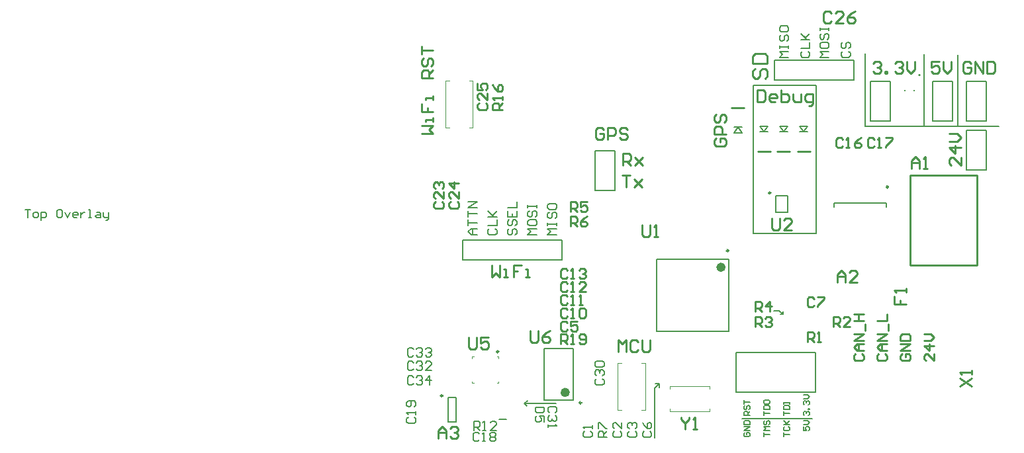
<source format=gto>
G04*
G04 #@! TF.GenerationSoftware,Altium Limited,Altium Designer,18.1.9 (240)*
G04*
G04 Layer_Color=65535*
%FSLAX25Y25*%
%MOIN*%
G70*
G01*
G75*
%ADD10C,0.00984*%
%ADD11C,0.02362*%
%ADD12C,0.00700*%
%ADD13C,0.00787*%
%ADD14C,0.01000*%
%ADD15C,0.00394*%
%ADD16C,0.00500*%
%ADD17C,0.00800*%
D10*
X291535Y129232D02*
G03*
X291535Y129232I-492J0D01*
G01*
X67126Y24016D02*
G03*
X67126Y24016I-492J0D01*
G01*
X95276Y46260D02*
G03*
X95276Y46260I-492J0D01*
G01*
X137008Y20472D02*
G03*
X137008Y20472I-492J0D01*
G01*
X211122Y97146D02*
G03*
X211122Y97146I-492J0D01*
G01*
X232283Y126279D02*
G03*
X232283Y126279I-492J0D01*
G01*
D11*
X130020Y25689D02*
G03*
X130020Y25689I-1181J0D01*
G01*
X208465Y88779D02*
G03*
X208465Y88779I-1181J0D01*
G01*
D12*
X307614Y185551D02*
G03*
X307614Y185551I-350J0D01*
G01*
X304626Y177854D02*
Y178248D01*
X299902Y177854D02*
Y178248D01*
X-143131Y117694D02*
X-140465D01*
X-141798D01*
Y113696D01*
X-138466D02*
X-137133D01*
X-136467Y114362D01*
Y115695D01*
X-137133Y116361D01*
X-138466D01*
X-139132Y115695D01*
Y114362D01*
X-138466Y113696D01*
X-135134Y112363D02*
Y116361D01*
X-133134D01*
X-132468Y115695D01*
Y114362D01*
X-133134Y113696D01*
X-135134D01*
X-125137Y117694D02*
X-126470D01*
X-127136Y117028D01*
Y114362D01*
X-126470Y113696D01*
X-125137D01*
X-124471Y114362D01*
Y117028D01*
X-125137Y117694D01*
X-123138Y116361D02*
X-121805Y113696D01*
X-120472Y116361D01*
X-117140Y113696D02*
X-118473D01*
X-119139Y114362D01*
Y115695D01*
X-118473Y116361D01*
X-117140D01*
X-116473Y115695D01*
Y115029D01*
X-119139D01*
X-115140Y116361D02*
Y113696D01*
Y115029D01*
X-114474Y115695D01*
X-113807Y116361D01*
X-113141D01*
X-111142Y113696D02*
X-109809D01*
X-110475D01*
Y117694D01*
X-111142D01*
X-107143Y116361D02*
X-105810D01*
X-105143Y115695D01*
Y113696D01*
X-107143D01*
X-107809Y114362D01*
X-107143Y115029D01*
X-105143D01*
X-103811Y116361D02*
Y114362D01*
X-103144Y113696D01*
X-101145D01*
Y113029D01*
X-101811Y112363D01*
X-102478D01*
X-101145Y113696D02*
Y116361D01*
D13*
X290650Y119193D02*
Y121161D01*
X264272D02*
X290650D01*
X264272Y119193D02*
Y121161D01*
X73917Y10827D02*
Y23031D01*
X69980Y10827D02*
Y23031D01*
Y10827D02*
X73917D01*
X69980Y23031D02*
X73917D01*
X118209Y47736D02*
X132776D01*
X118209Y21752D02*
X132776D01*
X118209D02*
Y47736D01*
X132776Y21752D02*
Y47736D01*
X175000Y56496D02*
Y92716D01*
X211221Y56496D02*
Y92716D01*
X175000Y56496D02*
X211221D01*
X175000Y92716D02*
X211221D01*
X214921Y45906D02*
X254921D01*
X214921Y25905D02*
X254921D01*
Y45906D01*
X214921Y25905D02*
Y45906D01*
X127264Y92441D02*
Y102441D01*
X77264Y92441D02*
X127264D01*
X77264Y102441D02*
X127264D01*
X77264Y92441D02*
Y102441D01*
X234252Y183091D02*
Y193091D01*
X274252D01*
X234252Y183091D02*
X274252D01*
Y193091D01*
X143819Y147618D02*
X153819D01*
Y127618D02*
Y147618D01*
X143819Y127618D02*
X153819D01*
X143819D02*
Y147618D01*
X234744Y116535D02*
X241043D01*
X234744Y124803D02*
X241043D01*
Y116535D02*
Y124803D01*
X234744Y116535D02*
Y124803D01*
X330827Y137756D02*
Y157756D01*
Y137756D02*
X340827D01*
Y157756D01*
X330827D02*
X340827D01*
X313898Y162323D02*
Y182323D01*
Y162323D02*
X323898D01*
Y182323D01*
X313898D02*
X323898D01*
X282598Y162323D02*
Y182323D01*
Y162323D02*
X292598D01*
Y182323D01*
X282598D02*
X292598D01*
X330892Y162323D02*
Y182323D01*
Y162323D02*
X340892D01*
Y182323D01*
X330892D02*
X340892D01*
D14*
X302658Y89724D02*
X336122D01*
X302658D02*
Y135000D01*
X336122D01*
Y89724D02*
Y135000D01*
X212697Y169193D02*
X218996D01*
X235630Y147244D02*
X241929D01*
X245866D02*
X252165D01*
X225787D02*
X232087D01*
X265748Y81004D02*
Y85003D01*
X267747Y87002D01*
X269747Y85003D01*
Y81004D01*
Y84003D01*
X265748D01*
X275745Y81004D02*
X271746D01*
X275745Y85003D01*
Y86002D01*
X274745Y87002D01*
X272746D01*
X271746Y86002D01*
X64862Y2559D02*
Y6558D01*
X66861Y8557D01*
X68861Y6558D01*
Y2559D01*
Y5558D01*
X64862D01*
X70860Y7557D02*
X71860Y8557D01*
X73859D01*
X74859Y7557D01*
Y6558D01*
X73859Y5558D01*
X72860D01*
X73859D01*
X74859Y4558D01*
Y3559D01*
X73859Y2559D01*
X71860D01*
X70860Y3559D01*
X303125Y138459D02*
Y142457D01*
X305125Y144457D01*
X307124Y142457D01*
Y138459D01*
Y141458D01*
X303125D01*
X309123Y138459D02*
X311123D01*
X310123D01*
Y144457D01*
X309123Y143457D01*
X80315Y53439D02*
Y48441D01*
X81315Y47441D01*
X83314D01*
X84314Y48441D01*
Y53439D01*
X90312D02*
X86313D01*
Y50440D01*
X88312Y51440D01*
X89312D01*
X90312Y50440D01*
Y48441D01*
X89312Y47441D01*
X87313D01*
X86313Y48441D01*
X111221Y56884D02*
Y51885D01*
X112220Y50886D01*
X114219D01*
X115219Y51885D01*
Y56884D01*
X121217D02*
X119218Y55884D01*
X117218Y53885D01*
Y51885D01*
X118218Y50886D01*
X120218D01*
X121217Y51885D01*
Y52885D01*
X120218Y53885D01*
X117218D01*
X187303Y13282D02*
Y12282D01*
X189303Y10283D01*
X191302Y12282D01*
Y13282D01*
X189303Y10283D02*
Y7283D01*
X193301D02*
X195301D01*
X194301D01*
Y13282D01*
X193301Y12282D01*
X167682Y110035D02*
Y105036D01*
X168682Y104036D01*
X170681D01*
X171681Y105036D01*
Y110035D01*
X173680Y104036D02*
X175679D01*
X174680D01*
Y110035D01*
X173680Y109035D01*
X232874Y113380D02*
Y108382D01*
X233874Y107382D01*
X235873D01*
X236873Y108382D01*
Y113380D01*
X242871Y107382D02*
X238872D01*
X242871Y111381D01*
Y112380D01*
X241871Y113380D01*
X239872D01*
X238872Y112380D01*
X327663Y28839D02*
X333661Y32837D01*
X327663D02*
X333661Y28839D01*
Y34837D02*
Y36836D01*
Y35836D01*
X327663D01*
X328663Y34837D01*
X294592Y74077D02*
Y70079D01*
X297591D01*
Y72078D01*
Y70079D01*
X300590D01*
Y76077D02*
Y78076D01*
Y77077D01*
X294592D01*
X295592Y76077D01*
X262955Y216711D02*
X261956Y217711D01*
X259956D01*
X258957Y216711D01*
Y212712D01*
X259956Y211713D01*
X261956D01*
X262955Y212712D01*
X268953Y211713D02*
X264955D01*
X268953Y215711D01*
Y216711D01*
X267954Y217711D01*
X265954D01*
X264955Y216711D01*
X274952Y217711D02*
X272952Y216711D01*
X270953Y214712D01*
Y212712D01*
X271953Y211713D01*
X273952D01*
X274952Y212712D01*
Y213712D01*
X273952Y214712D01*
X270953D01*
X63453Y121738D02*
X62620Y120905D01*
Y119239D01*
X63453Y118405D01*
X66785D01*
X67618Y119239D01*
Y120905D01*
X66785Y121738D01*
X67618Y126736D02*
Y123404D01*
X64286Y126736D01*
X63453D01*
X62620Y125903D01*
Y124237D01*
X63453Y123404D01*
Y128402D02*
X62620Y129235D01*
Y130902D01*
X63453Y131735D01*
X64286D01*
X65119Y130902D01*
Y130068D01*
Y130902D01*
X65952Y131735D01*
X66785D01*
X67618Y130902D01*
Y129235D01*
X66785Y128402D01*
X71228Y121836D02*
X70395Y121003D01*
Y119337D01*
X71228Y118504D01*
X74561D01*
X75394Y119337D01*
Y121003D01*
X74561Y121836D01*
X75394Y126835D02*
Y123502D01*
X72061Y126835D01*
X71228D01*
X70395Y126002D01*
Y124335D01*
X71228Y123502D01*
X75394Y131000D02*
X70395D01*
X72895Y128501D01*
Y131833D01*
X284435Y153279D02*
X283601Y154113D01*
X281935D01*
X281102Y153279D01*
Y149947D01*
X281935Y149114D01*
X283601D01*
X284435Y149947D01*
X286101Y149114D02*
X287767D01*
X286934D01*
Y154113D01*
X286101Y153279D01*
X290266Y154113D02*
X293598D01*
Y153279D01*
X290266Y149947D01*
Y149114D01*
X268588Y153279D02*
X267755Y154113D01*
X266089D01*
X265256Y153279D01*
Y149947D01*
X266089Y149114D01*
X267755D01*
X268588Y149947D01*
X270254Y149114D02*
X271920D01*
X271087D01*
Y154113D01*
X270254Y153279D01*
X277752Y154113D02*
X276086Y153279D01*
X274420Y151613D01*
Y149947D01*
X275253Y149114D01*
X276919D01*
X277752Y149947D01*
Y150780D01*
X276919Y151613D01*
X274420D01*
X85500Y171639D02*
X84667Y170806D01*
Y169140D01*
X85500Y168307D01*
X88832D01*
X89665Y169140D01*
Y170806D01*
X88832Y171639D01*
X89665Y176638D02*
Y173305D01*
X86333Y176638D01*
X85500D01*
X84667Y175805D01*
Y174139D01*
X85500Y173305D01*
X84667Y181636D02*
Y178304D01*
X87166D01*
X86333Y179970D01*
Y180803D01*
X87166Y181636D01*
X88832D01*
X89665Y180803D01*
Y179137D01*
X88832Y178304D01*
X97342Y168307D02*
X92344D01*
Y170806D01*
X93177Y171639D01*
X94843D01*
X95676Y170806D01*
Y168307D01*
Y169973D02*
X97342Y171639D01*
Y173305D02*
Y174972D01*
Y174138D01*
X92344D01*
X93177Y173305D01*
X92344Y180803D02*
X93177Y179137D01*
X94843Y177471D01*
X96509D01*
X97342Y178304D01*
Y179970D01*
X96509Y180803D01*
X95676D01*
X94843Y179970D01*
Y177471D01*
X129939Y60738D02*
X129106Y61571D01*
X127439D01*
X126606Y60738D01*
Y57406D01*
X127439Y56573D01*
X129106D01*
X129939Y57406D01*
X134937Y61571D02*
X131605D01*
Y59072D01*
X133271Y59905D01*
X134104D01*
X134937Y59072D01*
Y57406D01*
X134104Y56573D01*
X132438D01*
X131605Y57406D01*
X254218Y72866D02*
X253385Y73699D01*
X251719D01*
X250886Y72866D01*
Y69534D01*
X251719Y68701D01*
X253385D01*
X254218Y69534D01*
X255884Y73699D02*
X259216D01*
Y72866D01*
X255884Y69534D01*
Y68701D01*
X129939Y80638D02*
X129106Y81471D01*
X127439D01*
X126606Y80638D01*
Y77306D01*
X127439Y76473D01*
X129106D01*
X129939Y77306D01*
X131605Y76473D02*
X133271D01*
X132438D01*
Y81471D01*
X131605Y80638D01*
X139102Y76473D02*
X135770D01*
X139102Y79805D01*
Y80638D01*
X138269Y81471D01*
X136603D01*
X135770Y80638D01*
X129939Y67438D02*
X129106Y68271D01*
X127439D01*
X126606Y67438D01*
Y64106D01*
X127439Y63273D01*
X129106D01*
X129939Y64106D01*
X131605Y63273D02*
X133271D01*
X132438D01*
Y68271D01*
X131605Y67438D01*
X135770D02*
X136603Y68271D01*
X138269D01*
X139102Y67438D01*
Y64106D01*
X138269Y63273D01*
X136603D01*
X135770Y64106D01*
Y67438D01*
X129939Y74138D02*
X129106Y74971D01*
X127439D01*
X126606Y74138D01*
Y70806D01*
X127439Y69973D01*
X129106D01*
X129939Y70806D01*
X131605Y69973D02*
X133271D01*
X132438D01*
Y74971D01*
X131605Y74138D01*
X135770Y69973D02*
X137436D01*
X136603D01*
Y74971D01*
X135770Y74138D01*
X129939Y87238D02*
X129106Y88071D01*
X127439D01*
X126606Y87238D01*
Y83906D01*
X127439Y83073D01*
X129106D01*
X129939Y83906D01*
X131605Y83073D02*
X133271D01*
X132438D01*
Y88071D01*
X131605Y87238D01*
X135770D02*
X136603Y88071D01*
X138269D01*
X139102Y87238D01*
Y86405D01*
X138269Y85572D01*
X137436D01*
X138269D01*
X139102Y84739D01*
Y83906D01*
X138269Y83073D01*
X136603D01*
X135770Y83906D01*
X131496Y116732D02*
Y121731D01*
X133995D01*
X134828Y120898D01*
Y119231D01*
X133995Y118398D01*
X131496D01*
X133162D02*
X134828Y116732D01*
X139827Y121731D02*
X136495D01*
Y119231D01*
X138161Y120064D01*
X138994D01*
X139827Y119231D01*
Y117565D01*
X138994Y116732D01*
X137328D01*
X136495Y117565D01*
X224410Y66634D02*
Y71632D01*
X226909D01*
X227742Y70799D01*
Y69133D01*
X226909Y68300D01*
X224410D01*
X226076D02*
X227742Y66634D01*
X231907D02*
Y71632D01*
X229408Y69133D01*
X232740D01*
X263779Y58858D02*
Y63857D01*
X266279D01*
X267112Y63024D01*
Y61357D01*
X266279Y60524D01*
X263779D01*
X265446D02*
X267112Y58858D01*
X272110D02*
X268778D01*
X272110Y62191D01*
Y63024D01*
X271277Y63857D01*
X269611D01*
X268778Y63024D01*
X250886Y51279D02*
Y56278D01*
X253385D01*
X254218Y55445D01*
Y53779D01*
X253385Y52946D01*
X250886D01*
X252552D02*
X254218Y51279D01*
X255884D02*
X257550D01*
X256717D01*
Y56278D01*
X255884Y55445D01*
X131496Y109350D02*
Y114349D01*
X133995D01*
X134828Y113516D01*
Y111850D01*
X133995Y111016D01*
X131496D01*
X133162D02*
X134828Y109350D01*
X139827Y114349D02*
X138161Y113516D01*
X136495Y111850D01*
Y110183D01*
X137328Y109350D01*
X138994D01*
X139827Y110183D01*
Y111016D01*
X138994Y111850D01*
X136495D01*
X224410Y58661D02*
Y63660D01*
X226909D01*
X227742Y62827D01*
Y61161D01*
X226909Y60328D01*
X224410D01*
X226076D02*
X227742Y58661D01*
X229408Y62827D02*
X230241Y63660D01*
X231907D01*
X232740Y62827D01*
Y61994D01*
X231907Y61161D01*
X231074D01*
X231907D01*
X232740Y60328D01*
Y59495D01*
X231907Y58661D01*
X230241D01*
X229408Y59495D01*
X126673Y50000D02*
Y54998D01*
X129172D01*
X130006Y54165D01*
Y52499D01*
X129172Y51666D01*
X126673D01*
X128339D02*
X130006Y50000D01*
X131672D02*
X133338D01*
X132505D01*
Y54998D01*
X131672Y54165D01*
X135837Y50833D02*
X136670Y50000D01*
X138336D01*
X139169Y50833D01*
Y54165D01*
X138336Y54998D01*
X136670D01*
X135837Y54165D01*
Y53332D01*
X136670Y52499D01*
X139169D01*
X155512Y46063D02*
Y52061D01*
X157511Y50062D01*
X159511Y52061D01*
Y46063D01*
X165509Y51061D02*
X164509Y52061D01*
X162510D01*
X161510Y51061D01*
Y47063D01*
X162510Y46063D01*
X164509D01*
X165509Y47063D01*
X167508Y52061D02*
Y47063D01*
X168508Y46063D01*
X170507D01*
X171507Y47063D01*
Y52061D01*
X224461Y188955D02*
X223211Y187706D01*
Y185206D01*
X224461Y183957D01*
X225710D01*
X226960Y185206D01*
Y187706D01*
X228209Y188955D01*
X229459D01*
X230709Y187706D01*
Y185206D01*
X229459Y183957D01*
X223211Y191454D02*
X230709D01*
Y195203D01*
X229459Y196453D01*
X224461D01*
X223211Y195203D01*
Y191454D01*
X148093Y158050D02*
X147093Y159049D01*
X145094D01*
X144095Y158050D01*
Y154051D01*
X145094Y153051D01*
X147093D01*
X148093Y154051D01*
Y156050D01*
X146094D01*
X150093Y153051D02*
Y159049D01*
X153092D01*
X154091Y158050D01*
Y156050D01*
X153092Y155051D01*
X150093D01*
X160089Y158050D02*
X159090Y159049D01*
X157090D01*
X156091Y158050D01*
Y157050D01*
X157090Y156050D01*
X159090D01*
X160089Y155051D01*
Y154051D01*
X159090Y153051D01*
X157090D01*
X156091Y154051D01*
X92028Y89758D02*
Y83760D01*
X94027Y85759D01*
X96026Y83760D01*
Y89758D01*
X98026Y83760D02*
X100025D01*
X99025D01*
Y87759D01*
X98026D01*
X107023Y89758D02*
X103024D01*
Y86759D01*
X105023D01*
X103024D01*
Y83760D01*
X109022D02*
X111021D01*
X110022D01*
Y87759D01*
X109022D01*
X56403Y156201D02*
X62402D01*
X60402Y158200D01*
X62402Y160199D01*
X56403D01*
X62402Y162199D02*
Y164198D01*
Y163198D01*
X58403D01*
Y162199D01*
X56403Y171196D02*
Y167197D01*
X59403D01*
Y169197D01*
Y167197D01*
X62402D01*
Y173195D02*
Y175195D01*
Y174195D01*
X58403D01*
Y173195D01*
X62402Y184192D02*
X56403D01*
Y187191D01*
X57403Y188190D01*
X59403D01*
X60402Y187191D01*
Y184192D01*
Y186191D02*
X62402Y188190D01*
X57403Y194188D02*
X56403Y193189D01*
Y191190D01*
X57403Y190190D01*
X58403D01*
X59403Y191190D01*
Y193189D01*
X60402Y194188D01*
X61402D01*
X62402Y193189D01*
Y191190D01*
X61402Y190190D01*
X56403Y196188D02*
Y200187D01*
Y198187D01*
X62402D01*
X328248Y144156D02*
Y140157D01*
X324249Y144156D01*
X323250D01*
X322250Y143157D01*
Y141157D01*
X323250Y140157D01*
X328248Y149155D02*
X322250D01*
X325249Y146156D01*
Y150154D01*
X322250Y152154D02*
X326249D01*
X328248Y154153D01*
X326249Y156152D01*
X322250D01*
X333133Y191613D02*
X332133Y192612D01*
X330134D01*
X329134Y191613D01*
Y187614D01*
X330134Y186614D01*
X332133D01*
X333133Y187614D01*
Y189613D01*
X331133D01*
X335132Y186614D02*
Y192612D01*
X339131Y186614D01*
Y192612D01*
X341130D02*
Y186614D01*
X344129D01*
X345129Y187614D01*
Y191613D01*
X344129Y192612D01*
X341130D01*
X317286Y192415D02*
X313287D01*
Y189416D01*
X315287Y190416D01*
X316286D01*
X317286Y189416D01*
Y187417D01*
X316286Y186417D01*
X314287D01*
X313287Y187417D01*
X319285Y192415D02*
Y188417D01*
X321285Y186417D01*
X323284Y188417D01*
Y192415D01*
X283957Y191613D02*
X284956Y192612D01*
X286956D01*
X287955Y191613D01*
Y190613D01*
X286956Y189613D01*
X285956D01*
X286956D01*
X287955Y188613D01*
Y187614D01*
X286956Y186614D01*
X284956D01*
X283957Y187614D01*
X289955Y186614D02*
Y187614D01*
X290954D01*
Y186614D01*
X289955D01*
X294953Y191613D02*
X295953Y192612D01*
X297952D01*
X298952Y191613D01*
Y190613D01*
X297952Y189613D01*
X296953D01*
X297952D01*
X298952Y188613D01*
Y187614D01*
X297952Y186614D01*
X295953D01*
X294953Y187614D01*
X300951Y192612D02*
Y188613D01*
X302951Y186614D01*
X304950Y188613D01*
Y192612D01*
X204844Y153900D02*
X203844Y152901D01*
Y150901D01*
X204844Y149902D01*
X208843D01*
X209842Y150901D01*
Y152901D01*
X208843Y153900D01*
X206843D01*
Y151901D01*
X209842Y155900D02*
X203844D01*
Y158899D01*
X204844Y159898D01*
X206843D01*
X207843Y158899D01*
Y155900D01*
X204844Y165896D02*
X203844Y164897D01*
Y162897D01*
X204844Y161898D01*
X205844D01*
X206843Y162897D01*
Y164897D01*
X207843Y165896D01*
X208843D01*
X209842Y164897D01*
Y162897D01*
X208843Y161898D01*
X225590Y178144D02*
Y172146D01*
X228590D01*
X229589Y173145D01*
Y177144D01*
X228590Y178144D01*
X225590D01*
X234588Y172146D02*
X232588D01*
X231589Y173145D01*
Y175145D01*
X232588Y176144D01*
X234588D01*
X235587Y175145D01*
Y174145D01*
X231589D01*
X237587Y178144D02*
Y172146D01*
X240586D01*
X241585Y173145D01*
Y174145D01*
Y175145D01*
X240586Y176144D01*
X237587D01*
X243585D02*
Y173145D01*
X244584Y172146D01*
X247583D01*
Y176144D01*
X251582Y170146D02*
X252582D01*
X253582Y171146D01*
Y176144D01*
X250583D01*
X249583Y175145D01*
Y173145D01*
X250583Y172146D01*
X253582D01*
X314665Y45064D02*
Y41732D01*
X311333Y45064D01*
X310500D01*
X309667Y44232D01*
Y42565D01*
X310500Y41732D01*
X314665Y49230D02*
X309667D01*
X312166Y46731D01*
Y50063D01*
X309667Y51729D02*
X312999D01*
X314665Y53395D01*
X312999Y55061D01*
X309667D01*
X298492Y45064D02*
X297659Y44232D01*
Y42565D01*
X298492Y41732D01*
X301824D01*
X302658Y42565D01*
Y44232D01*
X301824Y45064D01*
X300158D01*
Y43398D01*
X302658Y46731D02*
X297659D01*
X302658Y50063D01*
X297659D01*
Y51729D02*
X302658D01*
Y54228D01*
X301824Y55061D01*
X298492D01*
X297659Y54228D01*
Y51729D01*
X286583Y45064D02*
X285750Y44232D01*
Y42565D01*
X286583Y41732D01*
X289915D01*
X290748Y42565D01*
Y44232D01*
X289915Y45064D01*
X290748Y46731D02*
X287416D01*
X285750Y48397D01*
X287416Y50063D01*
X290748D01*
X288249D01*
Y46731D01*
X290748Y51729D02*
X285750D01*
X290748Y55061D01*
X285750D01*
X291581Y56727D02*
Y60060D01*
X285750Y61726D02*
X290748D01*
Y65058D01*
X275067Y45064D02*
X274234Y44232D01*
Y42565D01*
X275067Y41732D01*
X278399D01*
X279232Y42565D01*
Y44232D01*
X278399Y45064D01*
X279232Y46731D02*
X275900D01*
X274234Y48397D01*
X275900Y50063D01*
X279232D01*
X276733D01*
Y46731D01*
X279232Y51729D02*
X274234D01*
X279232Y55061D01*
X274234D01*
X280065Y56727D02*
Y60060D01*
X274234Y61726D02*
X279232D01*
X276733D01*
Y65058D01*
X274234D01*
X279232D01*
X157579Y135132D02*
X161577D01*
X159578D01*
Y129134D01*
X163577Y133133D02*
X167576Y129134D01*
X165576Y131133D01*
X167576Y133133D01*
X163577Y129134D01*
X157776Y140256D02*
Y146254D01*
X160775D01*
X161774Y145254D01*
Y143255D01*
X160775Y142255D01*
X157776D01*
X159775D02*
X161774Y140256D01*
X163774Y144255D02*
X167772Y140256D01*
X165773Y142255D01*
X167772Y144255D01*
X163774Y140256D01*
D15*
X94587Y43701D02*
X95374D01*
Y42913D02*
Y43701D01*
Y30315D02*
Y31102D01*
X94587Y30315D02*
X95374D01*
X81988D02*
X82776D01*
X81988D02*
Y31102D01*
Y43701D02*
X82776D01*
X81988Y42913D02*
Y43701D01*
X181437Y28740D02*
X201437D01*
X181437Y16142D02*
X201437D01*
Y27441D02*
Y28740D01*
X181437Y27441D02*
Y28740D01*
Y16142D02*
Y17441D01*
X201437Y16142D02*
Y17441D01*
X167205Y16732D02*
X169095D01*
X167205Y40354D02*
X169095D01*
X155315Y16732D02*
X157205D01*
X155315Y40354D02*
X157205D01*
X169095Y16732D02*
Y40354D01*
X155315Y16732D02*
Y40354D01*
X82382Y159252D02*
Y182874D01*
X68602Y159252D02*
Y182874D01*
X80492Y159252D02*
X82382D01*
X80492Y182874D02*
X82382D01*
X68602Y159252D02*
X70492D01*
X68602Y182874D02*
X70492D01*
D16*
X213878Y159350D02*
X217815D01*
X215846D02*
X217815Y156595D01*
X213878D02*
X217815D01*
X213878D02*
X215846Y159350D01*
X236811Y157087D02*
X240748D01*
X236811Y159843D02*
X238779Y157087D01*
X236811Y159843D02*
X240748D01*
X238779Y157087D02*
X240748Y159843D01*
X247047Y157087D02*
X250984D01*
X247047Y159843D02*
X249016Y157087D01*
X247047Y159843D02*
X250984D01*
X249016Y157087D02*
X250984Y159843D01*
X226969Y157087D02*
X230906D01*
X226969Y159843D02*
X228937Y157087D01*
X226969Y159843D02*
X230906D01*
X228937Y157087D02*
X230906Y159843D01*
X223524Y105709D02*
Y180315D01*
Y105709D02*
X255118D01*
X255118Y105709D01*
Y180315D01*
X223524D02*
X255118D01*
X237106Y65059D02*
X238484D01*
Y66437D01*
X236713Y66831D02*
X238484Y65059D01*
X233957Y66831D02*
X236713D01*
X217913Y12598D02*
X253150D01*
X248773Y8345D02*
Y6346D01*
X250272D01*
X249772Y7345D01*
Y7845D01*
X250272Y8345D01*
X251272D01*
X251772Y7845D01*
Y6845D01*
X251272Y6346D01*
X248773Y9345D02*
X250772D01*
X251772Y10344D01*
X250772Y11344D01*
X248773D01*
X221752Y13976D02*
X218753D01*
Y15476D01*
X219253Y15976D01*
X220252D01*
X220752Y15476D01*
Y13976D01*
Y14976D02*
X221752Y15976D01*
X219253Y18975D02*
X218753Y18475D01*
Y17475D01*
X219253Y16975D01*
X219753D01*
X220252Y17475D01*
Y18475D01*
X220752Y18975D01*
X221252D01*
X221752Y18475D01*
Y17475D01*
X221252Y16975D01*
X218753Y19974D02*
Y21974D01*
Y20974D01*
X221752D01*
X228760Y3347D02*
Y5346D01*
Y4346D01*
X231758D01*
Y6346D02*
X228760D01*
X229759Y7345D01*
X228760Y8345D01*
X231758D01*
X229259Y11344D02*
X228760Y10844D01*
Y9844D01*
X229259Y9345D01*
X229759D01*
X230259Y9844D01*
Y10844D01*
X230759Y11344D01*
X231259D01*
X231758Y10844D01*
Y9844D01*
X231259Y9345D01*
X228760Y13976D02*
Y15976D01*
Y14976D01*
X231758D01*
X228760Y16975D02*
X231758D01*
Y18475D01*
X231259Y18975D01*
X229259D01*
X228760Y18475D01*
Y16975D01*
Y21474D02*
Y20474D01*
X229259Y19974D01*
X231259D01*
X231758Y20474D01*
Y21474D01*
X231259Y21974D01*
X229259D01*
X228760Y21474D01*
X238766Y13976D02*
Y15976D01*
Y14976D01*
X241765D01*
X238766Y16975D02*
X241765D01*
Y18475D01*
X241265Y18975D01*
X239266D01*
X238766Y18475D01*
Y16975D01*
Y19974D02*
Y20974D01*
Y20474D01*
X241765D01*
Y19974D01*
Y20974D01*
X238766Y3347D02*
Y5346D01*
Y4346D01*
X241765D01*
X239266Y8345D02*
X238766Y7845D01*
Y6845D01*
X239266Y6346D01*
X241265D01*
X241765Y6845D01*
Y7845D01*
X241265Y8345D01*
X238766Y9345D02*
X241765D01*
X240765D01*
X238766Y11344D01*
X240266Y9844D01*
X241765Y11344D01*
X249272Y13976D02*
X248773Y14476D01*
Y15476D01*
X249272Y15976D01*
X249772D01*
X250272Y15476D01*
Y14976D01*
Y15476D01*
X250772Y15976D01*
X251272D01*
X251772Y15476D01*
Y14476D01*
X251272Y13976D01*
X251772Y16975D02*
X251272D01*
Y17475D01*
X251772D01*
Y16975D01*
X249272Y19475D02*
X248773Y19974D01*
Y20974D01*
X249272Y21474D01*
X249772D01*
X250272Y20974D01*
Y20474D01*
Y20974D01*
X250772Y21474D01*
X251272D01*
X251772Y20974D01*
Y19974D01*
X251272Y19475D01*
X248773Y22474D02*
X250772D01*
X251772Y23473D01*
X250772Y24473D01*
X248773D01*
X219253Y5346D02*
X218753Y4846D01*
Y3846D01*
X219253Y3347D01*
X221252D01*
X221752Y3846D01*
Y4846D01*
X221252Y5346D01*
X220252D01*
Y4346D01*
X221752Y6346D02*
X218753D01*
X221752Y8345D01*
X218753D01*
Y9345D02*
X221752D01*
Y10844D01*
X221252Y11344D01*
X219253D01*
X218753Y10844D01*
Y9345D01*
D17*
X95473Y12303D02*
X99213D01*
X279823Y159744D02*
Y196358D01*
Y159744D02*
X347342D01*
X326673Y160039D02*
Y195866D01*
X309646Y160138D02*
Y196063D01*
X174114Y30118D02*
X176181D01*
Y28150D02*
Y30118D01*
X174016Y27953D02*
X176181Y30118D01*
X174016Y2854D02*
Y27953D01*
X108366Y19980D02*
X109646Y18701D01*
X108366Y19980D02*
Y19980D01*
X109744Y21358D01*
X108366Y19980D02*
Y19980D01*
Y19980D02*
X108563D01*
X108366D02*
X124213D01*
X82874Y6594D02*
Y11093D01*
X85123D01*
X85873Y10343D01*
Y8844D01*
X85123Y8094D01*
X82874D01*
X84373D02*
X85873Y6594D01*
X87373D02*
X88872D01*
X88122D01*
Y11093D01*
X87373Y10343D01*
X94120Y6594D02*
X91121D01*
X94120Y9594D01*
Y10343D01*
X93371Y11093D01*
X91871D01*
X91121Y10343D01*
X118278Y18307D02*
X113779D01*
Y16058D01*
X114529Y15308D01*
X117528D01*
X118278Y16058D01*
Y18307D01*
Y10809D02*
Y13808D01*
X116029D01*
X116779Y12309D01*
Y11559D01*
X116029Y10809D01*
X114529D01*
X113779Y11559D01*
Y13059D01*
X114529Y13808D01*
X52408Y40560D02*
X51659Y41310D01*
X50159D01*
X49409Y40560D01*
Y37561D01*
X50159Y36811D01*
X51659D01*
X52408Y37561D01*
X53908Y40560D02*
X54658Y41310D01*
X56157D01*
X56907Y40560D01*
Y39810D01*
X56157Y39060D01*
X55408D01*
X56157D01*
X56907Y38311D01*
Y37561D01*
X56157Y36811D01*
X54658D01*
X53908Y37561D01*
X61406Y36811D02*
X58407D01*
X61406Y39810D01*
Y40560D01*
X60656Y41310D01*
X59156D01*
X58407Y40560D01*
X153633Y6050D02*
X152883Y5300D01*
Y3801D01*
X153633Y3051D01*
X156632D01*
X157382Y3801D01*
Y5300D01*
X156632Y6050D01*
X157382Y10549D02*
Y7550D01*
X154383Y10549D01*
X153633D01*
X152883Y9799D01*
Y8299D01*
X153633Y7550D01*
X161113Y6050D02*
X160364Y5300D01*
Y3801D01*
X161113Y3051D01*
X164112D01*
X164862Y3801D01*
Y5300D01*
X164112Y6050D01*
X161113Y7550D02*
X160364Y8299D01*
Y9799D01*
X161113Y10549D01*
X161863D01*
X162613Y9799D01*
Y9049D01*
Y9799D01*
X163363Y10549D01*
X164112D01*
X164862Y9799D01*
Y8299D01*
X164112Y7550D01*
X168594Y6050D02*
X167844Y5300D01*
Y3801D01*
X168594Y3051D01*
X171593D01*
X172343Y3801D01*
Y5300D01*
X171593Y6050D01*
X167844Y10549D02*
X168594Y9049D01*
X170093Y7550D01*
X171593D01*
X172343Y8299D01*
Y9799D01*
X171593Y10549D01*
X170843D01*
X170093Y9799D01*
Y7550D01*
X138672Y6050D02*
X137923Y5300D01*
Y3801D01*
X138672Y3051D01*
X141672D01*
X142421Y3801D01*
Y5300D01*
X141672Y6050D01*
X142421Y7550D02*
Y9049D01*
Y8299D01*
X137923D01*
X138672Y7550D01*
X149901Y3051D02*
X145403D01*
Y5300D01*
X146153Y6050D01*
X147652D01*
X148402Y5300D01*
Y3051D01*
Y4551D02*
X149901Y6050D01*
X145403Y7550D02*
Y10549D01*
X146153D01*
X149152Y7550D01*
X149901D01*
X52408Y47351D02*
X51659Y48101D01*
X50159D01*
X49409Y47351D01*
Y44352D01*
X50159Y43602D01*
X51659D01*
X52408Y44352D01*
X53908Y47351D02*
X54658Y48101D01*
X56157D01*
X56907Y47351D01*
Y46601D01*
X56157Y45852D01*
X55408D01*
X56157D01*
X56907Y45102D01*
Y44352D01*
X56157Y43602D01*
X54658D01*
X53908Y44352D01*
X58407Y47351D02*
X59156Y48101D01*
X60656D01*
X61406Y47351D01*
Y46601D01*
X60656Y45852D01*
X59906D01*
X60656D01*
X61406Y45102D01*
Y44352D01*
X60656Y43602D01*
X59156D01*
X58407Y44352D01*
X52408Y33276D02*
X51659Y34026D01*
X50159D01*
X49409Y33276D01*
Y30277D01*
X50159Y29528D01*
X51659D01*
X52408Y30277D01*
X53908Y33276D02*
X54658Y34026D01*
X56157D01*
X56907Y33276D01*
Y32527D01*
X56157Y31777D01*
X55408D01*
X56157D01*
X56907Y31027D01*
Y30277D01*
X56157Y29528D01*
X54658D01*
X53908Y30277D01*
X60656Y29528D02*
Y34026D01*
X58407Y31777D01*
X61406D01*
X85578Y4733D02*
X84828Y5483D01*
X83328D01*
X82579Y4733D01*
Y1734D01*
X83328Y984D01*
X84828D01*
X85578Y1734D01*
X87077Y984D02*
X88577D01*
X87827D01*
Y5483D01*
X87077Y4733D01*
X90826D02*
X91576Y5483D01*
X93075D01*
X93825Y4733D01*
Y3983D01*
X93075Y3233D01*
X93825Y2484D01*
Y1734D01*
X93075Y984D01*
X91576D01*
X90826Y1734D01*
Y2484D01*
X91576Y3233D01*
X90826Y3983D01*
Y4733D01*
X91576Y3233D02*
X93075D01*
X49795Y13137D02*
X49045Y12387D01*
Y10888D01*
X49795Y10138D01*
X52794D01*
X53543Y10888D01*
Y12387D01*
X52794Y13137D01*
X53543Y14636D02*
Y16136D01*
Y15386D01*
X49045D01*
X49795Y14636D01*
X52794Y18385D02*
X53543Y19135D01*
Y20634D01*
X52794Y21384D01*
X49795D01*
X49045Y20634D01*
Y19135D01*
X49795Y18385D01*
X50544D01*
X51294Y19135D01*
Y21384D01*
X144676Y32527D02*
X143927Y31777D01*
Y30277D01*
X144676Y29528D01*
X147675D01*
X148425Y30277D01*
Y31777D01*
X147675Y32527D01*
X144676Y34026D02*
X143927Y34776D01*
Y36275D01*
X144676Y37025D01*
X145426D01*
X146176Y36275D01*
Y35526D01*
Y36275D01*
X146926Y37025D01*
X147675D01*
X148425Y36275D01*
Y34776D01*
X147675Y34026D01*
X144676Y38525D02*
X143927Y39274D01*
Y40774D01*
X144676Y41524D01*
X147675D01*
X148425Y40774D01*
Y39274D01*
X147675Y38525D01*
X144676D01*
X123828Y15505D02*
X124577Y16255D01*
Y17754D01*
X123828Y18504D01*
X120828D01*
X120079Y17754D01*
Y16255D01*
X120828Y15505D01*
X123828Y14005D02*
X124577Y13256D01*
Y11756D01*
X123828Y11006D01*
X123078D01*
X122328Y11756D01*
Y12506D01*
Y11756D01*
X121578Y11006D01*
X120828D01*
X120079Y11756D01*
Y13256D01*
X120828Y14005D01*
X120079Y9507D02*
Y8007D01*
Y8757D01*
X124577D01*
X123828Y9507D01*
X268692Y197586D02*
X267942Y196836D01*
Y195336D01*
X268692Y194587D01*
X271691D01*
X272441Y195336D01*
Y196836D01*
X271691Y197586D01*
X268692Y202084D02*
X267942Y201334D01*
Y199835D01*
X268692Y199085D01*
X269442D01*
X270192Y199835D01*
Y201334D01*
X270941Y202084D01*
X271691D01*
X272441Y201334D01*
Y199835D01*
X271691Y199085D01*
X261614Y194587D02*
X257116D01*
X258615Y196086D01*
X257116Y197586D01*
X261614D01*
X257116Y201334D02*
Y199835D01*
X257865Y199085D01*
X260864D01*
X261614Y199835D01*
Y201334D01*
X260864Y202084D01*
X257865D01*
X257116Y201334D01*
X257865Y206583D02*
X257116Y205833D01*
Y204333D01*
X257865Y203584D01*
X258615D01*
X259365Y204333D01*
Y205833D01*
X260115Y206583D01*
X260864D01*
X261614Y205833D01*
Y204333D01*
X260864Y203584D01*
X257116Y208082D02*
Y209582D01*
Y208832D01*
X261614D01*
Y208082D01*
Y209582D01*
X248318Y197586D02*
X247568Y196836D01*
Y195336D01*
X248318Y194587D01*
X251317D01*
X252067Y195336D01*
Y196836D01*
X251317Y197586D01*
X247568Y199085D02*
X252067D01*
Y202084D01*
X247568Y203584D02*
X252067D01*
X250567D01*
X247568Y206583D01*
X249818Y204333D01*
X252067Y206583D01*
X241339Y194587D02*
X236840D01*
X238340Y196086D01*
X236840Y197586D01*
X241339D01*
X236840Y199085D02*
Y200585D01*
Y199835D01*
X241339D01*
Y199085D01*
Y200585D01*
X237590Y205833D02*
X236840Y205083D01*
Y203584D01*
X237590Y202834D01*
X238340D01*
X239089Y203584D01*
Y205083D01*
X239839Y205833D01*
X240589D01*
X241339Y205083D01*
Y203584D01*
X240589Y202834D01*
X236840Y209582D02*
Y208082D01*
X237590Y207332D01*
X240589D01*
X241339Y208082D01*
Y209582D01*
X240589Y210332D01*
X237590D01*
X236840Y209582D01*
X124508Y105217D02*
X120009D01*
X121509Y106716D01*
X120009Y108216D01*
X124508D01*
X120009Y109715D02*
Y111215D01*
Y110465D01*
X124508D01*
Y109715D01*
Y111215D01*
X120759Y116463D02*
X120009Y115713D01*
Y114214D01*
X120759Y113464D01*
X121509D01*
X122259Y114214D01*
Y115713D01*
X123008Y116463D01*
X123758D01*
X124508Y115713D01*
Y114214D01*
X123758Y113464D01*
X120009Y120212D02*
Y118712D01*
X120759Y117962D01*
X123758D01*
X124508Y118712D01*
Y120212D01*
X123758Y120961D01*
X120759D01*
X120009Y120212D01*
X114493Y105217D02*
X109995D01*
X111494Y106716D01*
X109995Y108216D01*
X114493D01*
X109995Y111964D02*
Y110465D01*
X110744Y109715D01*
X113743D01*
X114493Y110465D01*
Y111964D01*
X113743Y112714D01*
X110744D01*
X109995Y111964D01*
X110744Y117213D02*
X109995Y116463D01*
Y114963D01*
X110744Y114214D01*
X111494D01*
X112244Y114963D01*
Y116463D01*
X112994Y117213D01*
X113743D01*
X114493Y116463D01*
Y114963D01*
X113743Y114214D01*
X109995Y118712D02*
Y120212D01*
Y119462D01*
X114493D01*
Y118712D01*
Y120212D01*
X100730Y108216D02*
X99980Y107466D01*
Y105966D01*
X100730Y105217D01*
X101479D01*
X102229Y105966D01*
Y107466D01*
X102979Y108216D01*
X103729D01*
X104478Y107466D01*
Y105966D01*
X103729Y105217D01*
X100730Y112714D02*
X99980Y111964D01*
Y110465D01*
X100730Y109715D01*
X101479D01*
X102229Y110465D01*
Y111964D01*
X102979Y112714D01*
X103729D01*
X104478Y111964D01*
Y110465D01*
X103729Y109715D01*
X99980Y117213D02*
Y114214D01*
X104478D01*
Y117213D01*
X102229Y114214D02*
Y115713D01*
X99980Y118712D02*
X104478D01*
Y121711D01*
X90715Y108216D02*
X89965Y107466D01*
Y105966D01*
X90715Y105217D01*
X93714D01*
X94464Y105966D01*
Y107466D01*
X93714Y108216D01*
X89965Y109715D02*
X94464D01*
Y112714D01*
X89965Y114214D02*
X94464D01*
X92964D01*
X89965Y117213D01*
X92214Y114963D01*
X94464Y117213D01*
X84449Y105217D02*
X81450D01*
X79950Y106716D01*
X81450Y108216D01*
X84449D01*
X82200D01*
Y105217D01*
X79950Y109715D02*
Y112714D01*
Y111215D01*
X84449D01*
X79950Y114214D02*
Y117213D01*
Y115713D01*
X84449D01*
Y118712D02*
X79950D01*
X84449Y121711D01*
X79950D01*
M02*

</source>
